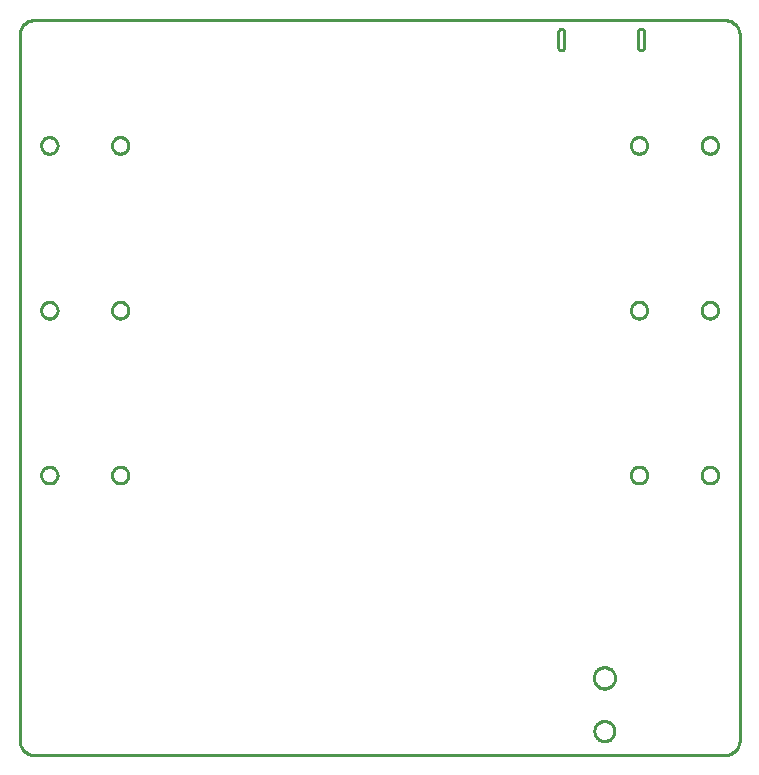
<source format=gbr>
G04 EAGLE Gerber RS-274X export*
G75*
%MOMM*%
%FSLAX34Y34*%
%LPD*%
%IN*%
%IPPOS*%
%AMOC8*
5,1,8,0,0,1.08239X$1,22.5*%
G01*
%ADD10C,0.254000*%


D10*
X0Y12700D02*
X48Y11593D01*
X193Y10495D01*
X433Y9413D01*
X766Y8356D01*
X1190Y7333D01*
X1701Y6350D01*
X2297Y5416D01*
X2971Y4537D01*
X3720Y3720D01*
X4537Y2971D01*
X5416Y2297D01*
X6350Y1701D01*
X7333Y1190D01*
X8356Y766D01*
X9413Y433D01*
X10495Y193D01*
X11593Y48D01*
X12700Y0D01*
X596900Y0D01*
X598007Y48D01*
X599105Y193D01*
X600187Y433D01*
X601244Y766D01*
X602267Y1190D01*
X603250Y1701D01*
X604184Y2297D01*
X605063Y2971D01*
X605880Y3720D01*
X606629Y4537D01*
X607303Y5416D01*
X607899Y6350D01*
X608410Y7333D01*
X608834Y8356D01*
X609167Y9413D01*
X609407Y10495D01*
X609552Y11593D01*
X609600Y12700D01*
X609600Y609600D01*
X609552Y610707D01*
X609407Y611805D01*
X609167Y612887D01*
X608834Y613944D01*
X608410Y614967D01*
X607899Y615950D01*
X607303Y616884D01*
X606629Y617763D01*
X605880Y618580D01*
X605063Y619329D01*
X604184Y620003D01*
X603250Y620599D01*
X602267Y621110D01*
X601244Y621534D01*
X600187Y621867D01*
X599105Y622107D01*
X598007Y622252D01*
X596900Y622300D01*
X12700Y622300D01*
X11593Y622252D01*
X10495Y622107D01*
X9413Y621867D01*
X8356Y621534D01*
X7333Y621110D01*
X6350Y620599D01*
X5416Y620003D01*
X4537Y619329D01*
X3720Y618580D01*
X2971Y617763D01*
X2297Y616884D01*
X1701Y615950D01*
X1190Y614967D01*
X766Y613944D01*
X433Y612887D01*
X193Y611805D01*
X48Y610707D01*
X0Y609600D01*
X0Y12700D01*
X456256Y598242D02*
X456374Y598029D01*
X456511Y597827D01*
X456665Y597638D01*
X456834Y597462D01*
X457019Y597303D01*
X457216Y597159D01*
X457425Y597034D01*
X457644Y596927D01*
X457872Y596840D01*
X458107Y596773D01*
X458346Y596727D01*
X458589Y596702D01*
X458832Y596698D01*
X459076Y596715D01*
X459316Y596754D01*
X459553Y596813D01*
X459783Y596893D01*
X460006Y596992D01*
X460219Y597110D01*
X460421Y597247D01*
X460610Y597401D01*
X460786Y597570D01*
X460945Y597754D01*
X461089Y597952D01*
X461214Y598161D01*
X461256Y598242D01*
X461256Y613242D01*
X461138Y613455D01*
X461001Y613657D01*
X460847Y613846D01*
X460678Y614022D01*
X460494Y614181D01*
X460296Y614325D01*
X460087Y614450D01*
X459868Y614557D01*
X459640Y614644D01*
X459405Y614711D01*
X459166Y614757D01*
X458923Y614782D01*
X458680Y614786D01*
X458436Y614769D01*
X458196Y614730D01*
X457959Y614671D01*
X457729Y614591D01*
X457506Y614492D01*
X457293Y614374D01*
X457091Y614237D01*
X456902Y614083D01*
X456726Y613914D01*
X456567Y613730D01*
X456423Y613532D01*
X456298Y613323D01*
X456256Y613242D01*
X456256Y598242D01*
X523756Y598242D02*
X523798Y598161D01*
X523924Y597952D01*
X524067Y597754D01*
X524226Y597570D01*
X524402Y597401D01*
X524591Y597247D01*
X524793Y597110D01*
X525006Y596992D01*
X525229Y596893D01*
X525459Y596813D01*
X525696Y596754D01*
X525936Y596715D01*
X526180Y596698D01*
X526424Y596702D01*
X526666Y596727D01*
X526905Y596773D01*
X527140Y596840D01*
X527368Y596927D01*
X527587Y597034D01*
X527796Y597159D01*
X527994Y597303D01*
X528178Y597462D01*
X528347Y597638D01*
X528501Y597827D01*
X528638Y598029D01*
X528756Y598242D01*
X528756Y613242D01*
X528714Y613323D01*
X528589Y613532D01*
X528445Y613730D01*
X528286Y613914D01*
X528110Y614083D01*
X527921Y614237D01*
X527719Y614374D01*
X527506Y614492D01*
X527283Y614591D01*
X527053Y614671D01*
X526816Y614730D01*
X526576Y614769D01*
X526332Y614786D01*
X526089Y614782D01*
X525846Y614757D01*
X525607Y614711D01*
X525372Y614644D01*
X525144Y614557D01*
X524925Y614450D01*
X524716Y614325D01*
X524519Y614181D01*
X524334Y614022D01*
X524165Y613846D01*
X524011Y613657D01*
X523874Y613455D01*
X523756Y613242D01*
X523756Y598242D01*
X32158Y515784D02*
X32091Y515100D01*
X31956Y514425D01*
X31757Y513767D01*
X31494Y513132D01*
X31169Y512525D01*
X30787Y511953D01*
X30351Y511421D01*
X29865Y510935D01*
X29333Y510499D01*
X28761Y510117D01*
X28155Y509792D01*
X27519Y509529D01*
X26861Y509330D01*
X26186Y509195D01*
X25502Y509128D01*
X24814Y509128D01*
X24130Y509195D01*
X23455Y509330D01*
X22797Y509529D01*
X22162Y509792D01*
X21555Y510117D01*
X20983Y510499D01*
X20451Y510935D01*
X19965Y511421D01*
X19529Y511953D01*
X19147Y512525D01*
X18822Y513132D01*
X18559Y513767D01*
X18360Y514425D01*
X18225Y515100D01*
X18158Y515784D01*
X18158Y516472D01*
X18225Y517156D01*
X18360Y517831D01*
X18559Y518489D01*
X18822Y519125D01*
X19147Y519731D01*
X19529Y520303D01*
X19965Y520835D01*
X20451Y521321D01*
X20983Y521757D01*
X21555Y522139D01*
X22162Y522464D01*
X22797Y522727D01*
X23455Y522926D01*
X24130Y523061D01*
X24814Y523128D01*
X25502Y523128D01*
X26186Y523061D01*
X26861Y522926D01*
X27519Y522727D01*
X28155Y522464D01*
X28761Y522139D01*
X29333Y521757D01*
X29865Y521321D01*
X30351Y520835D01*
X30787Y520303D01*
X31169Y519731D01*
X31494Y519125D01*
X31757Y518489D01*
X31956Y517831D01*
X32091Y517156D01*
X32158Y516472D01*
X32158Y515784D01*
X92158Y515784D02*
X92091Y515100D01*
X91956Y514425D01*
X91757Y513767D01*
X91494Y513132D01*
X91169Y512525D01*
X90787Y511953D01*
X90351Y511421D01*
X89865Y510935D01*
X89333Y510499D01*
X88761Y510117D01*
X88155Y509792D01*
X87519Y509529D01*
X86861Y509330D01*
X86186Y509195D01*
X85502Y509128D01*
X84814Y509128D01*
X84130Y509195D01*
X83455Y509330D01*
X82797Y509529D01*
X82162Y509792D01*
X81555Y510117D01*
X80983Y510499D01*
X80451Y510935D01*
X79965Y511421D01*
X79529Y511953D01*
X79147Y512525D01*
X78822Y513132D01*
X78559Y513767D01*
X78360Y514425D01*
X78225Y515100D01*
X78158Y515784D01*
X78158Y516472D01*
X78225Y517156D01*
X78360Y517831D01*
X78559Y518489D01*
X78822Y519125D01*
X79147Y519731D01*
X79529Y520303D01*
X79965Y520835D01*
X80451Y521321D01*
X80983Y521757D01*
X81555Y522139D01*
X82162Y522464D01*
X82797Y522727D01*
X83455Y522926D01*
X84130Y523061D01*
X84814Y523128D01*
X85502Y523128D01*
X86186Y523061D01*
X86861Y522926D01*
X87519Y522727D01*
X88155Y522464D01*
X88761Y522139D01*
X89333Y521757D01*
X89865Y521321D01*
X90351Y520835D01*
X90787Y520303D01*
X91169Y519731D01*
X91494Y519125D01*
X91757Y518489D01*
X91956Y517831D01*
X92091Y517156D01*
X92158Y516472D01*
X92158Y515784D01*
X32158Y376211D02*
X32091Y375527D01*
X31956Y374852D01*
X31757Y374194D01*
X31494Y373559D01*
X31169Y372952D01*
X30787Y372380D01*
X30351Y371848D01*
X29865Y371362D01*
X29333Y370926D01*
X28761Y370544D01*
X28155Y370219D01*
X27519Y369956D01*
X26861Y369757D01*
X26186Y369622D01*
X25502Y369555D01*
X24814Y369555D01*
X24130Y369622D01*
X23455Y369757D01*
X22797Y369956D01*
X22162Y370219D01*
X21555Y370544D01*
X20983Y370926D01*
X20451Y371362D01*
X19965Y371848D01*
X19529Y372380D01*
X19147Y372952D01*
X18822Y373559D01*
X18559Y374194D01*
X18360Y374852D01*
X18225Y375527D01*
X18158Y376211D01*
X18158Y376899D01*
X18225Y377583D01*
X18360Y378258D01*
X18559Y378916D01*
X18822Y379552D01*
X19147Y380158D01*
X19529Y380730D01*
X19965Y381262D01*
X20451Y381748D01*
X20983Y382184D01*
X21555Y382566D01*
X22162Y382891D01*
X22797Y383154D01*
X23455Y383353D01*
X24130Y383488D01*
X24814Y383555D01*
X25502Y383555D01*
X26186Y383488D01*
X26861Y383353D01*
X27519Y383154D01*
X28155Y382891D01*
X28761Y382566D01*
X29333Y382184D01*
X29865Y381748D01*
X30351Y381262D01*
X30787Y380730D01*
X31169Y380158D01*
X31494Y379552D01*
X31757Y378916D01*
X31956Y378258D01*
X32091Y377583D01*
X32158Y376899D01*
X32158Y376211D01*
X92158Y376211D02*
X92091Y375527D01*
X91956Y374852D01*
X91757Y374194D01*
X91494Y373559D01*
X91169Y372952D01*
X90787Y372380D01*
X90351Y371848D01*
X89865Y371362D01*
X89333Y370926D01*
X88761Y370544D01*
X88155Y370219D01*
X87519Y369956D01*
X86861Y369757D01*
X86186Y369622D01*
X85502Y369555D01*
X84814Y369555D01*
X84130Y369622D01*
X83455Y369757D01*
X82797Y369956D01*
X82162Y370219D01*
X81555Y370544D01*
X80983Y370926D01*
X80451Y371362D01*
X79965Y371848D01*
X79529Y372380D01*
X79147Y372952D01*
X78822Y373559D01*
X78559Y374194D01*
X78360Y374852D01*
X78225Y375527D01*
X78158Y376211D01*
X78158Y376899D01*
X78225Y377583D01*
X78360Y378258D01*
X78559Y378916D01*
X78822Y379552D01*
X79147Y380158D01*
X79529Y380730D01*
X79965Y381262D01*
X80451Y381748D01*
X80983Y382184D01*
X81555Y382566D01*
X82162Y382891D01*
X82797Y383154D01*
X83455Y383353D01*
X84130Y383488D01*
X84814Y383555D01*
X85502Y383555D01*
X86186Y383488D01*
X86861Y383353D01*
X87519Y383154D01*
X88155Y382891D01*
X88761Y382566D01*
X89333Y382184D01*
X89865Y381748D01*
X90351Y381262D01*
X90787Y380730D01*
X91169Y380158D01*
X91494Y379552D01*
X91757Y378916D01*
X91956Y378258D01*
X92091Y377583D01*
X92158Y376899D01*
X92158Y376211D01*
X32158Y236638D02*
X32091Y235954D01*
X31956Y235279D01*
X31757Y234621D01*
X31494Y233986D01*
X31169Y233379D01*
X30787Y232807D01*
X30351Y232275D01*
X29865Y231789D01*
X29333Y231353D01*
X28761Y230971D01*
X28155Y230646D01*
X27519Y230383D01*
X26861Y230184D01*
X26186Y230049D01*
X25502Y229982D01*
X24814Y229982D01*
X24130Y230049D01*
X23455Y230184D01*
X22797Y230383D01*
X22162Y230646D01*
X21555Y230971D01*
X20983Y231353D01*
X20451Y231789D01*
X19965Y232275D01*
X19529Y232807D01*
X19147Y233379D01*
X18822Y233986D01*
X18559Y234621D01*
X18360Y235279D01*
X18225Y235954D01*
X18158Y236638D01*
X18158Y237326D01*
X18225Y238010D01*
X18360Y238685D01*
X18559Y239343D01*
X18822Y239979D01*
X19147Y240585D01*
X19529Y241157D01*
X19965Y241689D01*
X20451Y242175D01*
X20983Y242611D01*
X21555Y242993D01*
X22162Y243318D01*
X22797Y243581D01*
X23455Y243780D01*
X24130Y243915D01*
X24814Y243982D01*
X25502Y243982D01*
X26186Y243915D01*
X26861Y243780D01*
X27519Y243581D01*
X28155Y243318D01*
X28761Y242993D01*
X29333Y242611D01*
X29865Y242175D01*
X30351Y241689D01*
X30787Y241157D01*
X31169Y240585D01*
X31494Y239979D01*
X31757Y239343D01*
X31956Y238685D01*
X32091Y238010D01*
X32158Y237326D01*
X32158Y236638D01*
X92158Y236638D02*
X92091Y235954D01*
X91956Y235279D01*
X91757Y234621D01*
X91494Y233986D01*
X91169Y233379D01*
X90787Y232807D01*
X90351Y232275D01*
X89865Y231789D01*
X89333Y231353D01*
X88761Y230971D01*
X88155Y230646D01*
X87519Y230383D01*
X86861Y230184D01*
X86186Y230049D01*
X85502Y229982D01*
X84814Y229982D01*
X84130Y230049D01*
X83455Y230184D01*
X82797Y230383D01*
X82162Y230646D01*
X81555Y230971D01*
X80983Y231353D01*
X80451Y231789D01*
X79965Y232275D01*
X79529Y232807D01*
X79147Y233379D01*
X78822Y233986D01*
X78559Y234621D01*
X78360Y235279D01*
X78225Y235954D01*
X78158Y236638D01*
X78158Y237326D01*
X78225Y238010D01*
X78360Y238685D01*
X78559Y239343D01*
X78822Y239979D01*
X79147Y240585D01*
X79529Y241157D01*
X79965Y241689D01*
X80451Y242175D01*
X80983Y242611D01*
X81555Y242993D01*
X82162Y243318D01*
X82797Y243581D01*
X83455Y243780D01*
X84130Y243915D01*
X84814Y243982D01*
X85502Y243982D01*
X86186Y243915D01*
X86861Y243780D01*
X87519Y243581D01*
X88155Y243318D01*
X88761Y242993D01*
X89333Y242611D01*
X89865Y242175D01*
X90351Y241689D01*
X90787Y241157D01*
X91169Y240585D01*
X91494Y239979D01*
X91757Y239343D01*
X91956Y238685D01*
X92091Y238010D01*
X92158Y237326D01*
X92158Y236638D01*
X577442Y237326D02*
X577509Y238010D01*
X577644Y238685D01*
X577843Y239343D01*
X578106Y239979D01*
X578431Y240585D01*
X578813Y241157D01*
X579249Y241689D01*
X579735Y242175D01*
X580267Y242611D01*
X580839Y242993D01*
X581446Y243318D01*
X582081Y243581D01*
X582739Y243780D01*
X583414Y243915D01*
X584098Y243982D01*
X584786Y243982D01*
X585470Y243915D01*
X586145Y243780D01*
X586803Y243581D01*
X587439Y243318D01*
X588045Y242993D01*
X588617Y242611D01*
X589149Y242175D01*
X589635Y241689D01*
X590071Y241157D01*
X590453Y240585D01*
X590778Y239979D01*
X591041Y239343D01*
X591240Y238685D01*
X591375Y238010D01*
X591442Y237326D01*
X591442Y236638D01*
X591375Y235954D01*
X591240Y235279D01*
X591041Y234621D01*
X590778Y233986D01*
X590453Y233379D01*
X590071Y232807D01*
X589635Y232275D01*
X589149Y231789D01*
X588617Y231353D01*
X588045Y230971D01*
X587439Y230646D01*
X586803Y230383D01*
X586145Y230184D01*
X585470Y230049D01*
X584786Y229982D01*
X584098Y229982D01*
X583414Y230049D01*
X582739Y230184D01*
X582081Y230383D01*
X581446Y230646D01*
X580839Y230971D01*
X580267Y231353D01*
X579735Y231789D01*
X579249Y232275D01*
X578813Y232807D01*
X578431Y233379D01*
X578106Y233986D01*
X577843Y234621D01*
X577644Y235279D01*
X577509Y235954D01*
X577442Y236638D01*
X577442Y237326D01*
X517442Y237326D02*
X517509Y238010D01*
X517644Y238685D01*
X517843Y239343D01*
X518106Y239979D01*
X518431Y240585D01*
X518813Y241157D01*
X519249Y241689D01*
X519735Y242175D01*
X520267Y242611D01*
X520839Y242993D01*
X521446Y243318D01*
X522081Y243581D01*
X522739Y243780D01*
X523414Y243915D01*
X524098Y243982D01*
X524786Y243982D01*
X525470Y243915D01*
X526145Y243780D01*
X526803Y243581D01*
X527439Y243318D01*
X528045Y242993D01*
X528617Y242611D01*
X529149Y242175D01*
X529635Y241689D01*
X530071Y241157D01*
X530453Y240585D01*
X530778Y239979D01*
X531041Y239343D01*
X531240Y238685D01*
X531375Y238010D01*
X531442Y237326D01*
X531442Y236638D01*
X531375Y235954D01*
X531240Y235279D01*
X531041Y234621D01*
X530778Y233986D01*
X530453Y233379D01*
X530071Y232807D01*
X529635Y232275D01*
X529149Y231789D01*
X528617Y231353D01*
X528045Y230971D01*
X527439Y230646D01*
X526803Y230383D01*
X526145Y230184D01*
X525470Y230049D01*
X524786Y229982D01*
X524098Y229982D01*
X523414Y230049D01*
X522739Y230184D01*
X522081Y230383D01*
X521446Y230646D01*
X520839Y230971D01*
X520267Y231353D01*
X519735Y231789D01*
X519249Y232275D01*
X518813Y232807D01*
X518431Y233379D01*
X518106Y233986D01*
X517843Y234621D01*
X517644Y235279D01*
X517509Y235954D01*
X517442Y236638D01*
X517442Y237326D01*
X577442Y376899D02*
X577509Y377583D01*
X577644Y378258D01*
X577843Y378916D01*
X578106Y379552D01*
X578431Y380158D01*
X578813Y380730D01*
X579249Y381262D01*
X579735Y381748D01*
X580267Y382184D01*
X580839Y382566D01*
X581446Y382891D01*
X582081Y383154D01*
X582739Y383353D01*
X583414Y383488D01*
X584098Y383555D01*
X584786Y383555D01*
X585470Y383488D01*
X586145Y383353D01*
X586803Y383154D01*
X587439Y382891D01*
X588045Y382566D01*
X588617Y382184D01*
X589149Y381748D01*
X589635Y381262D01*
X590071Y380730D01*
X590453Y380158D01*
X590778Y379552D01*
X591041Y378916D01*
X591240Y378258D01*
X591375Y377583D01*
X591442Y376899D01*
X591442Y376211D01*
X591375Y375527D01*
X591240Y374852D01*
X591041Y374194D01*
X590778Y373559D01*
X590453Y372952D01*
X590071Y372380D01*
X589635Y371848D01*
X589149Y371362D01*
X588617Y370926D01*
X588045Y370544D01*
X587439Y370219D01*
X586803Y369956D01*
X586145Y369757D01*
X585470Y369622D01*
X584786Y369555D01*
X584098Y369555D01*
X583414Y369622D01*
X582739Y369757D01*
X582081Y369956D01*
X581446Y370219D01*
X580839Y370544D01*
X580267Y370926D01*
X579735Y371362D01*
X579249Y371848D01*
X578813Y372380D01*
X578431Y372952D01*
X578106Y373559D01*
X577843Y374194D01*
X577644Y374852D01*
X577509Y375527D01*
X577442Y376211D01*
X577442Y376899D01*
X517442Y376899D02*
X517509Y377583D01*
X517644Y378258D01*
X517843Y378916D01*
X518106Y379552D01*
X518431Y380158D01*
X518813Y380730D01*
X519249Y381262D01*
X519735Y381748D01*
X520267Y382184D01*
X520839Y382566D01*
X521446Y382891D01*
X522081Y383154D01*
X522739Y383353D01*
X523414Y383488D01*
X524098Y383555D01*
X524786Y383555D01*
X525470Y383488D01*
X526145Y383353D01*
X526803Y383154D01*
X527439Y382891D01*
X528045Y382566D01*
X528617Y382184D01*
X529149Y381748D01*
X529635Y381262D01*
X530071Y380730D01*
X530453Y380158D01*
X530778Y379552D01*
X531041Y378916D01*
X531240Y378258D01*
X531375Y377583D01*
X531442Y376899D01*
X531442Y376211D01*
X531375Y375527D01*
X531240Y374852D01*
X531041Y374194D01*
X530778Y373559D01*
X530453Y372952D01*
X530071Y372380D01*
X529635Y371848D01*
X529149Y371362D01*
X528617Y370926D01*
X528045Y370544D01*
X527439Y370219D01*
X526803Y369956D01*
X526145Y369757D01*
X525470Y369622D01*
X524786Y369555D01*
X524098Y369555D01*
X523414Y369622D01*
X522739Y369757D01*
X522081Y369956D01*
X521446Y370219D01*
X520839Y370544D01*
X520267Y370926D01*
X519735Y371362D01*
X519249Y371848D01*
X518813Y372380D01*
X518431Y372952D01*
X518106Y373559D01*
X517843Y374194D01*
X517644Y374852D01*
X517509Y375527D01*
X517442Y376211D01*
X517442Y376899D01*
X577442Y516472D02*
X577509Y517156D01*
X577644Y517831D01*
X577843Y518489D01*
X578106Y519125D01*
X578431Y519731D01*
X578813Y520303D01*
X579249Y520835D01*
X579735Y521321D01*
X580267Y521757D01*
X580839Y522139D01*
X581446Y522464D01*
X582081Y522727D01*
X582739Y522926D01*
X583414Y523061D01*
X584098Y523128D01*
X584786Y523128D01*
X585470Y523061D01*
X586145Y522926D01*
X586803Y522727D01*
X587439Y522464D01*
X588045Y522139D01*
X588617Y521757D01*
X589149Y521321D01*
X589635Y520835D01*
X590071Y520303D01*
X590453Y519731D01*
X590778Y519125D01*
X591041Y518489D01*
X591240Y517831D01*
X591375Y517156D01*
X591442Y516472D01*
X591442Y515784D01*
X591375Y515100D01*
X591240Y514425D01*
X591041Y513767D01*
X590778Y513132D01*
X590453Y512525D01*
X590071Y511953D01*
X589635Y511421D01*
X589149Y510935D01*
X588617Y510499D01*
X588045Y510117D01*
X587439Y509792D01*
X586803Y509529D01*
X586145Y509330D01*
X585470Y509195D01*
X584786Y509128D01*
X584098Y509128D01*
X583414Y509195D01*
X582739Y509330D01*
X582081Y509529D01*
X581446Y509792D01*
X580839Y510117D01*
X580267Y510499D01*
X579735Y510935D01*
X579249Y511421D01*
X578813Y511953D01*
X578431Y512525D01*
X578106Y513132D01*
X577843Y513767D01*
X577644Y514425D01*
X577509Y515100D01*
X577442Y515784D01*
X577442Y516472D01*
X517442Y516472D02*
X517509Y517156D01*
X517644Y517831D01*
X517843Y518489D01*
X518106Y519125D01*
X518431Y519731D01*
X518813Y520303D01*
X519249Y520835D01*
X519735Y521321D01*
X520267Y521757D01*
X520839Y522139D01*
X521446Y522464D01*
X522081Y522727D01*
X522739Y522926D01*
X523414Y523061D01*
X524098Y523128D01*
X524786Y523128D01*
X525470Y523061D01*
X526145Y522926D01*
X526803Y522727D01*
X527439Y522464D01*
X528045Y522139D01*
X528617Y521757D01*
X529149Y521321D01*
X529635Y520835D01*
X530071Y520303D01*
X530453Y519731D01*
X530778Y519125D01*
X531041Y518489D01*
X531240Y517831D01*
X531375Y517156D01*
X531442Y516472D01*
X531442Y515784D01*
X531375Y515100D01*
X531240Y514425D01*
X531041Y513767D01*
X530778Y513132D01*
X530453Y512525D01*
X530071Y511953D01*
X529635Y511421D01*
X529149Y510935D01*
X528617Y510499D01*
X528045Y510117D01*
X527439Y509792D01*
X526803Y509529D01*
X526145Y509330D01*
X525470Y509195D01*
X524786Y509128D01*
X524098Y509128D01*
X523414Y509195D01*
X522739Y509330D01*
X522081Y509529D01*
X521446Y509792D01*
X520839Y510117D01*
X520267Y510499D01*
X519735Y510935D01*
X519249Y511421D01*
X518813Y511953D01*
X518431Y512525D01*
X518106Y513132D01*
X517843Y513767D01*
X517644Y514425D01*
X517509Y515100D01*
X517442Y515784D01*
X517442Y516472D01*
X495521Y28780D02*
X496261Y28715D01*
X496992Y28586D01*
X497708Y28394D01*
X498406Y28140D01*
X499079Y27827D01*
X499721Y27456D01*
X500329Y27030D01*
X500898Y26553D01*
X501423Y26028D01*
X501900Y25459D01*
X502326Y24851D01*
X502697Y24209D01*
X503010Y23536D01*
X503264Y22838D01*
X503456Y22122D01*
X503585Y21391D01*
X503650Y20651D01*
X503650Y19909D01*
X503585Y19169D01*
X503456Y18439D01*
X503264Y17722D01*
X503010Y17024D01*
X502697Y16351D01*
X502326Y15709D01*
X501900Y15101D01*
X501423Y14532D01*
X500898Y14007D01*
X500329Y13530D01*
X499721Y13104D01*
X499079Y12733D01*
X498406Y12420D01*
X497708Y12166D01*
X496992Y11974D01*
X496261Y11845D01*
X495521Y11780D01*
X494779Y11780D01*
X494039Y11845D01*
X493309Y11974D01*
X492592Y12166D01*
X491894Y12420D01*
X491221Y12733D01*
X490579Y13104D01*
X489971Y13530D01*
X489402Y14007D01*
X488877Y14532D01*
X488400Y15101D01*
X487974Y15709D01*
X487603Y16351D01*
X487290Y17024D01*
X487036Y17722D01*
X486844Y18439D01*
X486715Y19169D01*
X486650Y19909D01*
X486650Y20651D01*
X486715Y21391D01*
X486844Y22122D01*
X487036Y22838D01*
X487290Y23536D01*
X487603Y24209D01*
X487974Y24851D01*
X488400Y25459D01*
X488877Y26028D01*
X489402Y26553D01*
X489971Y27030D01*
X490579Y27456D01*
X491221Y27827D01*
X491894Y28140D01*
X492592Y28394D01*
X493309Y28586D01*
X494039Y28715D01*
X494779Y28780D01*
X495521Y28780D01*
X495543Y74280D02*
X496326Y74212D01*
X497100Y74075D01*
X497859Y73872D01*
X498597Y73603D01*
X499310Y73271D01*
X499990Y72878D01*
X500634Y72427D01*
X501236Y71922D01*
X501792Y71366D01*
X502297Y70764D01*
X502748Y70120D01*
X503141Y69440D01*
X503473Y68727D01*
X503742Y67989D01*
X503945Y67230D01*
X504082Y66456D01*
X504150Y65673D01*
X504150Y64887D01*
X504082Y64104D01*
X503945Y63330D01*
X503742Y62571D01*
X503473Y61833D01*
X503141Y61120D01*
X502748Y60440D01*
X502297Y59796D01*
X501792Y59194D01*
X501236Y58638D01*
X500634Y58133D01*
X499990Y57682D01*
X499310Y57289D01*
X498597Y56957D01*
X497859Y56688D01*
X497100Y56485D01*
X496326Y56349D01*
X495543Y56280D01*
X494757Y56280D01*
X493974Y56349D01*
X493200Y56485D01*
X492441Y56688D01*
X491703Y56957D01*
X490990Y57289D01*
X490310Y57682D01*
X489666Y58133D01*
X489064Y58638D01*
X488508Y59194D01*
X488003Y59796D01*
X487552Y60440D01*
X487159Y61120D01*
X486827Y61833D01*
X486558Y62571D01*
X486355Y63330D01*
X486219Y64104D01*
X486150Y64887D01*
X486150Y65673D01*
X486219Y66456D01*
X486355Y67230D01*
X486558Y67989D01*
X486827Y68727D01*
X487159Y69440D01*
X487552Y70120D01*
X488003Y70764D01*
X488508Y71366D01*
X489064Y71922D01*
X489666Y72427D01*
X490310Y72878D01*
X490990Y73271D01*
X491703Y73603D01*
X492441Y73872D01*
X493200Y74075D01*
X493974Y74212D01*
X494757Y74280D01*
X495543Y74280D01*
M02*

</source>
